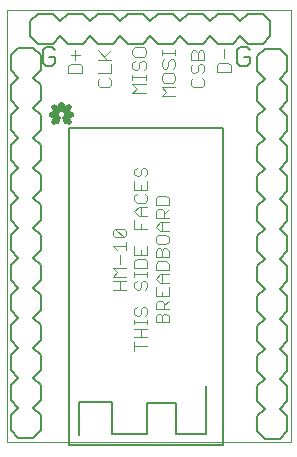
<source format=gto>
G75*
G70*
%OFA0B0*%
%FSLAX24Y24*%
%IPPOS*%
%LPD*%
%AMOC8*
5,1,8,0,0,1.08239X$1,22.5*
%
%ADD10C,0.0000*%
%ADD11C,0.0040*%
%ADD12C,0.0060*%
%ADD13C,0.0050*%
%ADD14C,0.0080*%
D10*
X000380Y000225D02*
X000380Y014621D01*
X009829Y014621D01*
X009829Y000225D01*
X000380Y000225D01*
D11*
X003915Y005316D02*
X004348Y005316D01*
X004132Y005316D02*
X004132Y005605D01*
X004348Y005605D02*
X003915Y005605D01*
X003915Y005751D02*
X004059Y005896D01*
X003915Y006040D01*
X004348Y006040D01*
X004348Y005751D02*
X003915Y005751D01*
X004132Y006186D02*
X004132Y006475D01*
X004059Y006621D02*
X003915Y006766D01*
X004348Y006766D01*
X004348Y006910D02*
X004348Y006621D01*
X004624Y006765D02*
X004624Y006476D01*
X005057Y006476D01*
X005057Y006765D01*
X004840Y006621D02*
X004840Y006476D01*
X004984Y006330D02*
X004696Y006330D01*
X004624Y006258D01*
X004624Y006041D01*
X005057Y006041D01*
X005057Y006258D01*
X004984Y006330D01*
X005057Y005896D02*
X005057Y005751D01*
X005057Y005824D02*
X004624Y005824D01*
X004624Y005896D02*
X004624Y005751D01*
X004696Y005605D02*
X004624Y005533D01*
X004624Y005389D01*
X004696Y005316D01*
X004768Y005316D01*
X004840Y005389D01*
X004840Y005533D01*
X004912Y005605D01*
X004984Y005605D01*
X005057Y005533D01*
X005057Y005389D01*
X004984Y005316D01*
X005332Y005387D02*
X005332Y005099D01*
X005765Y005099D01*
X005765Y005387D01*
X005765Y005534D02*
X005477Y005534D01*
X005332Y005678D01*
X005477Y005822D01*
X005765Y005822D01*
X005765Y005969D02*
X005765Y006185D01*
X005693Y006257D01*
X005405Y006257D01*
X005332Y006185D01*
X005332Y005969D01*
X005765Y005969D01*
X005549Y005822D02*
X005549Y005534D01*
X005549Y005243D02*
X005549Y005099D01*
X005549Y004952D02*
X005621Y004880D01*
X005621Y004664D01*
X005621Y004808D02*
X005765Y004952D01*
X005549Y004952D02*
X005405Y004952D01*
X005332Y004880D01*
X005332Y004664D01*
X005765Y004664D01*
X005693Y004517D02*
X005765Y004445D01*
X005765Y004229D01*
X005332Y004229D01*
X005332Y004445D01*
X005405Y004517D01*
X005477Y004517D01*
X005549Y004445D01*
X005549Y004229D01*
X005549Y004445D02*
X005621Y004517D01*
X005693Y004517D01*
X005057Y004519D02*
X004984Y004446D01*
X005057Y004519D02*
X005057Y004663D01*
X004984Y004735D01*
X004912Y004735D01*
X004840Y004663D01*
X004840Y004519D01*
X004768Y004446D01*
X004696Y004446D01*
X004624Y004519D01*
X004624Y004663D01*
X004696Y004735D01*
X004624Y004301D02*
X004624Y004156D01*
X004624Y004228D02*
X005057Y004228D01*
X005057Y004156D02*
X005057Y004301D01*
X005057Y004010D02*
X004624Y004010D01*
X004840Y004010D02*
X004840Y003721D01*
X004624Y003721D02*
X005057Y003721D01*
X005057Y003431D02*
X004624Y003431D01*
X004624Y003575D02*
X004624Y003286D01*
X005332Y006404D02*
X005332Y006620D01*
X005405Y006692D01*
X005477Y006692D01*
X005549Y006620D01*
X005549Y006404D01*
X005549Y006620D02*
X005621Y006692D01*
X005693Y006692D01*
X005765Y006620D01*
X005765Y006404D01*
X005332Y006404D01*
X005405Y006839D02*
X005332Y006911D01*
X005332Y007055D01*
X005405Y007128D01*
X005693Y007128D01*
X005765Y007055D01*
X005765Y006911D01*
X005693Y006839D01*
X005405Y006839D01*
X005477Y007274D02*
X005332Y007418D01*
X005477Y007563D01*
X005765Y007563D01*
X005765Y007709D02*
X005332Y007709D01*
X005332Y007925D01*
X005405Y007998D01*
X005549Y007998D01*
X005621Y007925D01*
X005621Y007709D01*
X005621Y007853D02*
X005765Y007998D01*
X005765Y008144D02*
X005765Y008360D01*
X005693Y008433D01*
X005405Y008433D01*
X005332Y008360D01*
X005332Y008144D01*
X005765Y008144D01*
X005549Y007563D02*
X005549Y007274D01*
X005477Y007274D02*
X005765Y007274D01*
X005057Y007346D02*
X004624Y007346D01*
X004624Y007635D01*
X004768Y007781D02*
X004624Y007926D01*
X004768Y008070D01*
X005057Y008070D01*
X004984Y008217D02*
X005057Y008289D01*
X005057Y008433D01*
X004984Y008505D01*
X005057Y008652D02*
X005057Y008940D01*
X004984Y009087D02*
X005057Y009159D01*
X005057Y009303D01*
X004984Y009375D01*
X004912Y009375D01*
X004840Y009303D01*
X004840Y009159D01*
X004768Y009087D01*
X004696Y009087D01*
X004624Y009159D01*
X004624Y009303D01*
X004696Y009375D01*
X004624Y008940D02*
X004624Y008652D01*
X005057Y008652D01*
X004840Y008652D02*
X004840Y008796D01*
X004696Y008505D02*
X004624Y008433D01*
X004624Y008289D01*
X004696Y008217D01*
X004984Y008217D01*
X004840Y008070D02*
X004840Y007781D01*
X004768Y007781D02*
X005057Y007781D01*
X004840Y007491D02*
X004840Y007346D01*
X004348Y007273D02*
X004348Y007129D01*
X004276Y007056D01*
X003987Y007345D01*
X004276Y007345D01*
X004348Y007273D01*
X004276Y007056D02*
X003987Y007056D01*
X003915Y007129D01*
X003915Y007273D01*
X003987Y007345D01*
X005528Y011760D02*
X005681Y011913D01*
X005528Y012067D01*
X005988Y012067D01*
X005912Y012220D02*
X005988Y012297D01*
X005988Y012450D01*
X005912Y012527D01*
X005605Y012527D01*
X005528Y012450D01*
X005528Y012297D01*
X005605Y012220D01*
X005912Y012220D01*
X005912Y012681D02*
X005988Y012757D01*
X005988Y012911D01*
X005912Y012988D01*
X005835Y012988D01*
X005758Y012911D01*
X005758Y012757D01*
X005681Y012681D01*
X005605Y012681D01*
X005528Y012757D01*
X005528Y012911D01*
X005605Y012988D01*
X005528Y013141D02*
X005528Y013294D01*
X005528Y013218D02*
X005988Y013218D01*
X005988Y013294D02*
X005988Y013141D01*
X006496Y013215D02*
X006496Y012984D01*
X006957Y012984D01*
X006957Y013215D01*
X006880Y013291D01*
X006803Y013291D01*
X006727Y013215D01*
X006727Y012984D01*
X006803Y012831D02*
X006727Y012754D01*
X006727Y012601D01*
X006650Y012524D01*
X006573Y012524D01*
X006496Y012601D01*
X006496Y012754D01*
X006573Y012831D01*
X006803Y012831D02*
X006880Y012831D01*
X006957Y012754D01*
X006957Y012601D01*
X006880Y012524D01*
X006880Y012371D02*
X006957Y012294D01*
X006957Y012140D01*
X006880Y012064D01*
X006573Y012064D01*
X006496Y012140D01*
X006496Y012294D01*
X006573Y012371D01*
X005988Y011760D02*
X005528Y011760D01*
X005020Y011858D02*
X004559Y011858D01*
X004713Y012012D01*
X004559Y012165D01*
X005020Y012165D01*
X005020Y012319D02*
X005020Y012472D01*
X005020Y012395D02*
X004559Y012395D01*
X004559Y012319D02*
X004559Y012472D01*
X004636Y012626D02*
X004713Y012626D01*
X004790Y012702D01*
X004790Y012856D01*
X004866Y012932D01*
X004943Y012932D01*
X005020Y012856D01*
X005020Y012702D01*
X004943Y012626D01*
X004636Y012626D02*
X004559Y012702D01*
X004559Y012856D01*
X004636Y012932D01*
X004636Y013086D02*
X004943Y013086D01*
X005020Y013163D01*
X005020Y013316D01*
X004943Y013393D01*
X004636Y013393D01*
X004559Y013316D01*
X004559Y013163D01*
X004636Y013086D01*
X003856Y012986D02*
X003396Y012986D01*
X003626Y013063D02*
X003856Y013293D01*
X003703Y012986D02*
X003396Y013293D01*
X003856Y012832D02*
X003856Y012526D01*
X003396Y012526D01*
X003472Y012372D02*
X003396Y012295D01*
X003396Y012142D01*
X003472Y012065D01*
X003779Y012065D01*
X003856Y012142D01*
X003856Y012295D01*
X003779Y012372D01*
X002886Y012524D02*
X002886Y012754D01*
X002809Y012831D01*
X002502Y012831D01*
X002426Y012754D01*
X002426Y012524D01*
X002886Y012524D01*
X002656Y012984D02*
X002656Y013291D01*
X002809Y013138D02*
X002502Y013138D01*
X006496Y013215D02*
X006573Y013291D01*
X006650Y013291D01*
X006727Y013215D01*
X007367Y012798D02*
X007367Y012568D01*
X007827Y012568D01*
X007827Y012798D01*
X007750Y012875D01*
X007443Y012875D01*
X007367Y012798D01*
X007597Y013028D02*
X007597Y013335D01*
D12*
X008052Y013290D02*
X008052Y012863D01*
X008158Y012756D01*
X008372Y012756D01*
X008479Y012863D01*
X008479Y013077D01*
X008265Y013077D01*
X008052Y013290D02*
X008158Y013397D01*
X008372Y013397D01*
X008479Y013290D01*
X002586Y011195D02*
X002586Y011105D01*
X002486Y011085D01*
X002446Y010995D01*
X002506Y010905D01*
X002436Y010845D01*
X002356Y010905D01*
X002316Y010885D01*
X002256Y011045D01*
X002306Y011035D02*
X002336Y010935D01*
X002426Y010885D01*
X002466Y010915D01*
X002426Y010995D01*
X002476Y011105D01*
X002566Y011125D01*
X002556Y011175D01*
X002476Y011195D01*
X002426Y011315D01*
X002476Y011395D01*
X002426Y011435D01*
X002346Y011375D01*
X002256Y011415D01*
X002226Y011525D01*
X002176Y011525D01*
X002146Y011435D01*
X002036Y011375D01*
X001956Y011435D01*
X001916Y011405D01*
X001966Y011315D01*
X001926Y011205D01*
X001826Y011165D01*
X001826Y011135D01*
X001926Y011115D01*
X001976Y011005D01*
X001916Y010905D01*
X001966Y010875D01*
X002056Y010925D01*
X002086Y011025D01*
X002046Y011135D01*
X002086Y011265D01*
X002216Y011305D01*
X002326Y011245D01*
X002366Y011135D01*
X002306Y011035D01*
X002313Y011047D02*
X002450Y011047D01*
X002429Y010989D02*
X002320Y010989D01*
X002345Y010930D02*
X002458Y010930D01*
X002479Y011106D02*
X002348Y011106D01*
X002355Y011164D02*
X002558Y011164D01*
X002586Y011195D02*
X002486Y011215D01*
X002446Y011305D01*
X002506Y011395D01*
X002436Y011465D01*
X002346Y011395D01*
X002266Y011435D01*
X002246Y011545D01*
X002156Y011545D01*
X002126Y011435D01*
X002046Y011395D01*
X001956Y011465D01*
X001886Y011395D01*
X001946Y011305D01*
X001916Y011215D01*
X001806Y011195D01*
X001806Y011105D01*
X001906Y011085D01*
X001946Y010995D01*
X001886Y010905D01*
X001956Y010845D01*
X002036Y010905D01*
X002076Y010885D01*
X002136Y011045D01*
X002078Y011047D02*
X001957Y011047D01*
X001966Y010989D02*
X002075Y010989D01*
X002058Y010930D02*
X001931Y010930D01*
X001930Y011106D02*
X002057Y011106D01*
X002055Y011164D02*
X001826Y011164D01*
X001932Y011223D02*
X002073Y011223D01*
X002138Y011281D02*
X001954Y011281D01*
X001952Y011340D02*
X002441Y011340D01*
X002440Y011281D02*
X002260Y011281D01*
X002334Y011223D02*
X002464Y011223D01*
X002472Y011398D02*
X002377Y011398D01*
X002294Y011398D02*
X002078Y011398D01*
X002005Y011398D02*
X001920Y011398D01*
X002153Y011457D02*
X002245Y011457D01*
X002229Y011515D02*
X002173Y011515D01*
X002136Y011045D02*
X002119Y011057D01*
X002104Y011072D01*
X002091Y011089D01*
X002082Y011108D01*
X002077Y011129D01*
X002075Y011150D01*
X002077Y011171D01*
X002082Y011191D01*
X002091Y011210D01*
X002103Y011228D01*
X002118Y011243D01*
X002135Y011255D01*
X002155Y011264D01*
X002175Y011269D01*
X002196Y011271D01*
X002217Y011269D01*
X002237Y011264D01*
X002257Y011255D01*
X002274Y011243D01*
X002289Y011228D01*
X002301Y011210D01*
X002310Y011191D01*
X002315Y011171D01*
X002317Y011150D01*
X002315Y011129D01*
X002310Y011108D01*
X002301Y011089D01*
X002288Y011072D01*
X002273Y011057D01*
X002256Y011045D01*
X001883Y012755D02*
X001670Y012755D01*
X001563Y012862D01*
X001563Y013289D01*
X001670Y013395D01*
X001883Y013395D01*
X001990Y013289D01*
X001990Y013075D02*
X001776Y013075D01*
X001990Y013075D02*
X001990Y012862D01*
X001883Y012755D01*
D13*
X002450Y010716D02*
X007569Y010716D01*
X007569Y000125D01*
X002450Y000125D01*
X002450Y010716D01*
X007009Y002107D02*
X007009Y000510D01*
X006014Y000510D01*
X006014Y001526D01*
X005040Y001526D01*
X005040Y001485D01*
X005041Y001520D02*
X005036Y001520D01*
X005036Y000488D01*
X003868Y000488D01*
X003868Y001581D01*
X002897Y001581D01*
X002897Y001598D01*
X002904Y001584D02*
X002786Y001584D01*
X002786Y001572D01*
X002793Y001572D01*
X002793Y000455D01*
D14*
X001501Y000625D02*
X001501Y001125D01*
X001251Y001375D01*
X001501Y001625D01*
X001501Y002125D01*
X001251Y002375D01*
X001501Y002625D01*
X001501Y003125D01*
X001251Y003375D01*
X001501Y003625D01*
X001501Y004125D01*
X001251Y004375D01*
X001501Y004625D01*
X001501Y005125D01*
X001251Y005375D01*
X001501Y005625D01*
X001501Y006125D01*
X001251Y006375D01*
X001501Y006625D01*
X001501Y007125D01*
X001251Y007375D01*
X001501Y007625D01*
X001501Y008125D01*
X001251Y008375D01*
X001501Y008625D01*
X001501Y009125D01*
X001251Y009375D01*
X001501Y009625D01*
X001501Y010125D01*
X001251Y010375D01*
X001501Y010625D01*
X001501Y011125D01*
X001251Y011375D01*
X001501Y011625D01*
X001501Y012125D01*
X001251Y012375D01*
X001501Y012625D01*
X001501Y013125D01*
X001251Y013375D01*
X000751Y013375D01*
X000501Y013125D01*
X000501Y012625D01*
X000751Y012375D01*
X000501Y012125D01*
X000501Y011625D01*
X000751Y011375D01*
X000501Y011125D01*
X000501Y010625D01*
X000751Y010375D01*
X000501Y010125D01*
X000501Y009625D01*
X000751Y009375D01*
X000501Y009125D01*
X000501Y008625D01*
X000751Y008375D01*
X000501Y008125D01*
X000501Y007625D01*
X000751Y007375D01*
X000501Y007125D01*
X000501Y006625D01*
X000751Y006375D01*
X000501Y006125D01*
X000501Y005625D01*
X000751Y005375D01*
X000501Y005125D01*
X000501Y004625D01*
X000751Y004375D01*
X000501Y004125D01*
X000501Y003625D01*
X000751Y003375D01*
X000501Y003125D01*
X000501Y002625D01*
X000751Y002375D01*
X000501Y002125D01*
X000501Y001625D01*
X000751Y001375D01*
X000501Y001125D01*
X000501Y000625D01*
X000751Y000375D01*
X001251Y000375D01*
X001501Y000625D01*
X008711Y000589D02*
X008711Y001089D01*
X008961Y001339D01*
X008711Y001589D01*
X008711Y002089D01*
X008961Y002339D01*
X008711Y002589D01*
X008711Y003089D01*
X008961Y003339D01*
X008711Y003589D01*
X008711Y004089D01*
X008961Y004339D01*
X008711Y004589D01*
X008711Y005089D01*
X008961Y005339D01*
X008711Y005589D01*
X008711Y006089D01*
X008961Y006339D01*
X008711Y006589D01*
X008711Y007089D01*
X008961Y007339D01*
X008711Y007589D01*
X008711Y008089D01*
X008961Y008339D01*
X008711Y008589D01*
X008711Y009089D01*
X008961Y009339D01*
X008711Y009589D01*
X008711Y010089D01*
X008961Y010339D01*
X008711Y010589D01*
X008711Y011089D01*
X008961Y011339D01*
X008711Y011589D01*
X008711Y012089D01*
X008961Y012339D01*
X008711Y012589D01*
X008711Y013089D01*
X008961Y013339D01*
X009461Y013339D01*
X009711Y013089D01*
X009711Y012589D01*
X009461Y012339D01*
X009711Y012089D01*
X009711Y011589D01*
X009461Y011339D01*
X009711Y011089D01*
X009711Y010589D01*
X009461Y010339D01*
X009711Y010089D01*
X009711Y009589D01*
X009461Y009339D01*
X009711Y009089D01*
X009711Y008589D01*
X009461Y008339D01*
X009711Y008089D01*
X009711Y007589D01*
X009461Y007339D01*
X009711Y007089D01*
X009711Y006589D01*
X009461Y006339D01*
X009711Y006089D01*
X009711Y005589D01*
X009461Y005339D01*
X009711Y005089D01*
X009711Y004589D01*
X009461Y004339D01*
X009711Y004089D01*
X009711Y003589D01*
X009461Y003339D01*
X009711Y003089D01*
X009711Y002589D01*
X009461Y002339D01*
X009711Y002089D01*
X009711Y001589D01*
X009461Y001339D01*
X009711Y001089D01*
X009711Y000589D01*
X009461Y000339D01*
X008961Y000339D01*
X008711Y000589D01*
X008900Y013510D02*
X008400Y013510D01*
X008150Y013760D01*
X007900Y013510D01*
X007400Y013510D01*
X007150Y013760D01*
X006900Y013510D01*
X006400Y013510D01*
X006150Y013760D01*
X005900Y013510D01*
X005400Y013510D01*
X005150Y013760D01*
X004900Y013510D01*
X004400Y013510D01*
X004150Y013760D01*
X003900Y013510D01*
X003400Y013510D01*
X003150Y013760D01*
X002900Y013510D01*
X002400Y013510D01*
X002150Y013760D01*
X001900Y013510D01*
X001400Y013510D01*
X001150Y013760D01*
X001150Y014260D01*
X001400Y014510D01*
X001900Y014510D01*
X002150Y014260D01*
X002400Y014510D01*
X002900Y014510D01*
X003150Y014260D01*
X003400Y014510D01*
X003900Y014510D01*
X004150Y014260D01*
X004400Y014510D01*
X004900Y014510D01*
X005150Y014260D01*
X005400Y014510D01*
X005900Y014510D01*
X006150Y014260D01*
X006400Y014510D01*
X006900Y014510D01*
X007150Y014260D01*
X007400Y014510D01*
X007900Y014510D01*
X008150Y014260D01*
X008400Y014510D01*
X008900Y014510D01*
X009150Y014260D01*
X009150Y013760D01*
X008900Y013510D01*
M02*

</source>
